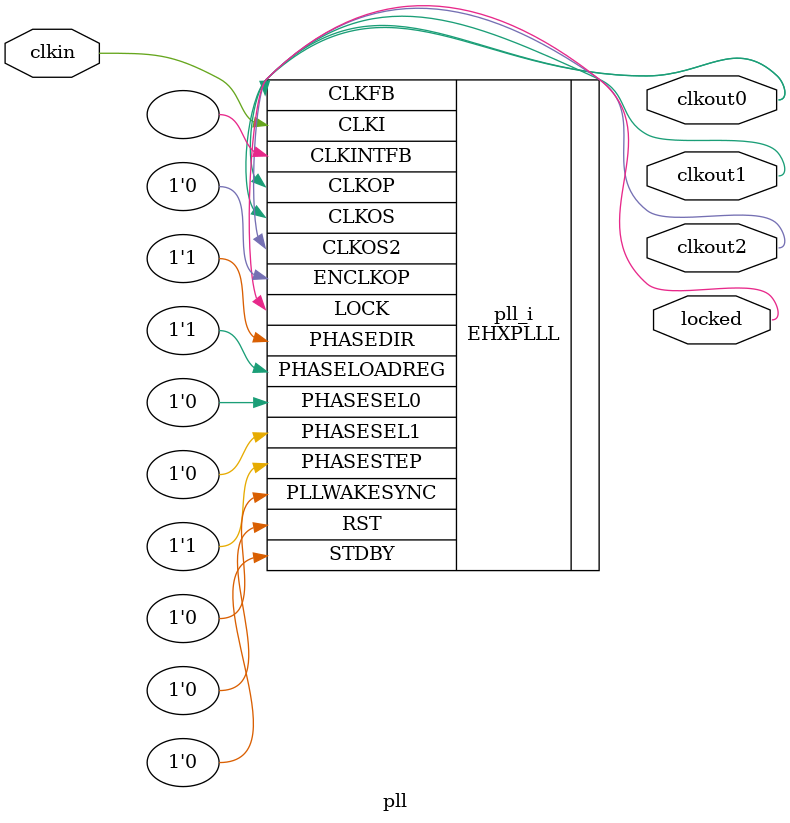
<source format=v>
module pll
(
    input clkin, // 25 MHz, 0 deg
    output clkout0, // 125 MHz, 0 deg
    output clkout1, // 25 MHz, 0 deg
    output clkout2, // 28.4091 MHz, 0 deg
    output locked
);
(* FREQUENCY_PIN_CLKI="25" *)
(* FREQUENCY_PIN_CLKOP="125" *)
(* FREQUENCY_PIN_CLKOS="25" *)
(* FREQUENCY_PIN_CLKOS2="28.4091" *)
(* ICP_CURRENT="12" *) (* LPF_RESISTOR="8" *) (* MFG_ENABLE_FILTEROPAMP="1" *) (* MFG_GMCREF_SEL="2" *)
EHXPLLL #(
        .PLLRST_ENA("DISABLED"),
        .INTFB_WAKE("DISABLED"),
        .STDBY_ENABLE("DISABLED"),
        .DPHASE_SOURCE("DISABLED"),
        .OUTDIVIDER_MUXA("DIVA"),
        .OUTDIVIDER_MUXB("DIVB"),
        .OUTDIVIDER_MUXC("DIVC"),
        .OUTDIVIDER_MUXD("DIVD"),
        .CLKI_DIV(1),
        .CLKOP_ENABLE("ENABLED"),
        .CLKOP_DIV(5),
        .CLKOP_CPHASE(2),
        .CLKOP_FPHASE(0),
        .CLKOS_ENABLE("ENABLED"),
        .CLKOS_DIV(25),
        .CLKOS_CPHASE(2),
        .CLKOS_FPHASE(0),
        .CLKOS2_ENABLE("ENABLED"),
        .CLKOS2_DIV(22),
        .CLKOS2_CPHASE(2),
        .CLKOS2_FPHASE(0),
        .FEEDBK_PATH("CLKOP"),
        .CLKFB_DIV(5)
    ) pll_i (
        .RST(1'b0),
        .STDBY(1'b0),
        .CLKI(clkin),
        .CLKOP(clkout0),
        .CLKOS(clkout1),
        .CLKOS2(clkout2),
        .CLKFB(clkout0),
        .CLKINTFB(),
        .PHASESEL0(1'b0),
        .PHASESEL1(1'b0),
        .PHASEDIR(1'b1),
        .PHASESTEP(1'b1),
        .PHASELOADREG(1'b1),
        .PLLWAKESYNC(1'b0),
        .ENCLKOP(1'b0),
        .LOCK(locked)
	);
endmodule

</source>
